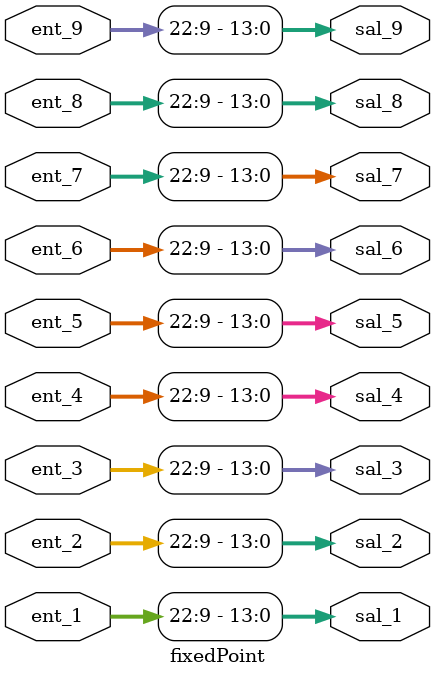
<source format=v>
`timescale 1ns / 1ps

module fixedPoint(
    ent_1,
    ent_2,
    ent_3,
    ent_4,
    ent_5,
    ent_6,
    ent_7,
    ent_8,
    ent_9,
    sal_1,
    sal_2,
    sal_3,
    sal_4,
    sal_5,
    sal_6,
    sal_7,
    sal_8,
    sal_9

    );

// Entradas
input wire [N-1:0] ent_1;   
input wire [N-1:0] ent_2;   
input wire [N-1:0] ent_3;
input wire [N-1:0] ent_4;
input wire [N-1:0] ent_5;
input wire [N-1:0] ent_6;
input wire [N-1:0] ent_7;
input wire [N-1:0] ent_8;
input wire [N-1:0] ent_9;

// Salidas
output wire [13:0] sal_1;    
output wire [13:0] sal_2;   
output wire [13:0] sal_3;
output wire [13:0] sal_4;
output wire [13:0] sal_5;
output wire [13:0] sal_6;
output wire [13:0] sal_7;
output wire [13:0] sal_8;
output wire [13:0] sal_9;

// Parámetros 
parameter Q = 15;
parameter N = 28;

// Parámetros locales
localparam Q_out = 6;
localparam N_out = 14;
////////////////////////////////////////// MÓDULO /////////////////////////////

assign sal_1 = ent_1[N_out+Q-Q_out-1:Q-Q_out];
assign sal_2 = ent_2[N_out+Q-Q_out-1:Q-Q_out];
assign sal_3 = ent_3[N_out+Q-Q_out-1:Q-Q_out];
assign sal_4 = ent_4[N_out+Q-Q_out-1:Q-Q_out];
assign sal_5 = ent_5[N_out+Q-Q_out-1:Q-Q_out];
assign sal_6 = ent_6[N_out+Q-Q_out-1:Q-Q_out];
assign sal_7 = ent_7[N_out+Q-Q_out-1:Q-Q_out];
assign sal_8 = ent_8[N_out+Q-Q_out-1:Q-Q_out];
assign sal_9 = ent_9[N_out+Q-Q_out-1:Q-Q_out];
//assign sal_2 = ent_2[N-1:Q];
//assign sal_3 = ent_3[N-1:Q];
//assign sal_4 = ent_4[20:10];
endmodule

</source>
